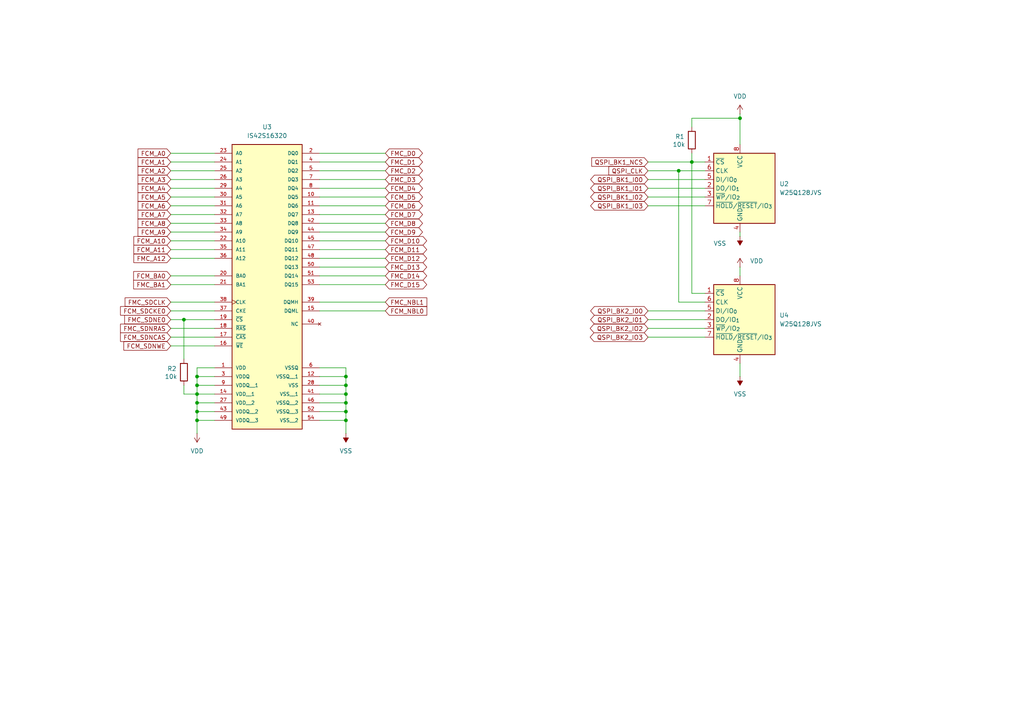
<source format=kicad_sch>
(kicad_sch (version 20250114) (generator "eeschema") (generator_version "9.0")
  (paper "A4")
  (title_block (title "OSCAR PROC") (date "2025-07-08") (rev "V1.0") (company "DAD Design"))
  (lib_symbols
    (symbol "Device:R" (pin_numbers (hide yes)) (pin_names (offset 0))
      (property "Reference" "R" (at 2.032 0 90))
      (property "Value" "R" (at 0 0 90))
      (symbol "R_0_1"
        (rectangle (start -1.016 -2.54) (end 1.016 2.54) (stroke (width 0.254)))
      )
      (symbol "R_1_1"
        (pin passive line (at 0 3.81 270) (length 1.27) (name "~") (number "1"))
        (pin passive line (at 0 -3.81 90) (length 1.27) (name "~") (number "2"))
      )
    )
    (symbol "Memory_Flash:W25Q128JVS"
      (property "Reference" "U" (at -6.35 11.43 0))
      (property "Value" "W25Q128JVS" (at 7.62 11.43 0))
      (symbol "W25Q128JVS_0_1"
        (rectangle (start -7.62 10.16) (end 10.16 -10.16) (stroke (width 0.254)) (fill (type background)))
      )
      (symbol "W25Q128JVS_1_1"
        (pin input line (at -10.16 7.62 0) (length 2.54) (name "~{CS}") (number "1"))
        (pin input line (at -10.16 5.08 0) (length 2.54) (name "CLK") (number "6"))
        (pin bidirectional line (at -10.16 2.54 0) (length 2.54) (name "DI/IO_{0}") (number "5"))
        (pin bidirectional line (at -10.16 0 0) (length 2.54) (name "DO/IO_{1}") (number "2"))
        (pin bidirectional line (at -10.16 -2.54 0) (length 2.54) (name "~{WP}/IO_{2}") (number "3"))
        (pin bidirectional line (at -10.16 -5.08 0) (length 2.54) (name "~{HOLD}/~{RESET}/IO_{3}") (number "7"))
        (pin power_in line (at 0 12.7 270) (length 2.54) (name "VCC") (number "8"))
        (pin power_in line (at 0 -12.7 90) (length 2.54) (name "GND") (number "4"))
      )
    )
    (symbol "Projet:IS42S16320" (pin_names (offset 1.016))
      (property "Reference" "U" (at -7.366 32.004 0))
      (property "Value" "IS42S16320" (at -2.286 32.004 0))
      (symbol "IS42S16320_0_0"
        (rectangle (start -10.16 30.48) (end 10.16 -52.07) (stroke (width 0.254)) (fill (type background)))
        (pin input line (at -15.24 27.94 0) (length 5.08) (name "A0") (number "23"))
        (pin input line (at -15.24 25.4 0) (length 5.08) (name "A1") (number "24"))
        (pin input line (at -15.24 22.86 0) (length 5.08) (name "A2") (number "25"))
        (pin input line (at -15.24 20.32 0) (length 5.08) (name "A3") (number "26"))
        (pin input line (at -15.24 17.78 0) (length 5.08) (name "A4") (number "29"))
        (pin input line (at -15.24 15.24 0) (length 5.08) (name "A5") (number "30"))
        (pin input line (at -15.24 12.7 0) (length 5.08) (name "A6") (number "31"))
        (pin input line (at -15.24 10.16 0) (length 5.08) (name "A7") (number "32"))
        (pin input line (at -15.24 7.62 0) (length 5.08) (name "A8") (number "33"))
        (pin input line (at -15.24 5.08 0) (length 5.08) (name "A9") (number "34"))
        (pin input line (at -15.24 2.54 0) (length 5.08) (name "A10") (number "22"))
        (pin input line (at -15.24 0 0) (length 5.08) (name "A11") (number "35"))
        (pin input line (at -15.24 -2.54 0) (length 5.08) (name "A12") (number "36"))
        (pin input line (at -15.24 -7.62 0) (length 5.08) (name "BA0") (number "20"))
        (pin input line (at -15.24 -10.16 0) (length 5.08) (name "BA1") (number "21"))
        (pin input clock (at -15.24 -15.24 0) (length 5.08) (name "CLK") (number "38"))
        (pin input line (at -15.24 -17.78 0) (length 5.08) (name "CKE") (number "37"))
        (pin input line (at -15.24 -20.32 0) (length 5.08) (name "~{CS}") (number "19"))
        (pin input line (at -15.24 -22.86 0) (length 5.08) (name "~{RAS}") (number "18"))
        (pin input line (at -15.24 -25.4 0) (length 5.08) (name "~{CAS}") (number "17"))
        (pin input line (at -15.24 -27.94 0) (length 5.08) (name "~{WE}") (number "16"))
        (pin power_in line (at -15.24 -34.29 0) (length 5.08) (name "VDD") (number "1"))
        (pin power_in line (at -15.24 -36.83 0) (length 5.08) (name "VDDQ") (number "3"))
        (pin power_in line (at -15.24 -39.37 0) (length 5.08) (name "VDDQ__1") (number "9"))
        (pin power_in line (at -15.24 -41.91 0) (length 5.08) (name "VDD__1") (number "14"))
        (pin power_in line (at -15.24 -44.45 0) (length 5.08) (name "VDD__2") (number "27"))
        (pin power_in line (at -15.24 -46.99 0) (length 5.08) (name "VDDQ__2") (number "43"))
        (pin power_in line (at -15.24 -49.53 0) (length 5.08) (name "VDDQ__3") (number "49"))
        (pin bidirectional line (at 15.24 27.94 180) (length 5.08) (name "DQ0") (number "2"))
        (pin bidirectional line (at 15.24 25.4 180) (length 5.08) (name "DQ1") (number "4"))
        (pin bidirectional line (at 15.24 22.86 180) (length 5.08) (name "DQ2") (number "5"))
        (pin bidirectional line (at 15.24 20.32 180) (length 5.08) (name "DQ3") (number "7"))
        (pin bidirectional line (at 15.24 17.78 180) (length 5.08) (name "DQ4") (number "8"))
        (pin bidirectional line (at 15.24 15.24 180) (length 5.08) (name "DQ5") (number "10"))
        (pin bidirectional line (at 15.24 12.7 180) (length 5.08) (name "DQ6") (number "11"))
        (pin bidirectional line (at 15.24 10.16 180) (length 5.08) (name "DQ7") (number "13"))
        (pin bidirectional line (at 15.24 7.62 180) (length 5.08) (name "DQ8") (number "42"))
        (pin bidirectional line (at 15.24 5.08 180) (length 5.08) (name "DQ9") (number "44"))
        (pin bidirectional line (at 15.24 2.54 180) (length 5.08) (name "DQ10") (number "45"))
        (pin bidirectional line (at 15.24 0 180) (length 5.08) (name "DQ11") (number "47"))
        (pin bidirectional line (at 15.24 -2.54 180) (length 5.08) (name "DQ12") (number "48"))
        (pin bidirectional line (at 15.24 -5.08 180) (length 5.08) (name "DQ13") (number "50"))
        (pin bidirectional line (at 15.24 -7.62 180) (length 5.08) (name "DQ14") (number "51"))
        (pin bidirectional line (at 15.24 -10.16 180) (length 5.08) (name "DQ15") (number "53"))
        (pin bidirectional line (at 15.24 -15.24 180) (length 5.08) (name "DQMH") (number "39"))
        (pin bidirectional line (at 15.24 -17.78 180) (length 5.08) (name "DQML") (number "15"))
        (pin no_connect line (at 15.24 -21.59 180) (length 5.08) (name "NC") (number "40"))
        (pin power_in line (at 15.24 -34.29 180) (length 5.08) (name "VSSQ") (number "6"))
        (pin power_in line (at 15.24 -36.83 180) (length 5.08) (name "VSSQ__1") (number "12"))
        (pin power_in line (at 15.24 -39.37 180) (length 5.08) (name "VSS") (number "28"))
        (pin power_in line (at 15.24 -41.91 180) (length 5.08) (name "VSS__1") (number "41"))
        (pin power_in line (at 15.24 -44.45 180) (length 5.08) (name "VSSQ__2") (number "46"))
        (pin power_in line (at 15.24 -46.99 180) (length 5.08) (name "VSSQ__3") (number "52"))
        (pin power_in line (at 15.24 -49.53 180) (length 5.08) (name "VSS__2") (number "54"))
      )
    )
    (symbol "power:VDD" (power) (pin_numbers (hide yes)) (pin_names (offset 0) (hide yes))
      (property "Value" "VDD" (at 0 3.556 0))
      (symbol "VDD_0_1"
        (polyline (pts (xy -0.762 1.27) (xy 0 2.54)))
        (polyline (pts (xy 0 2.54) (xy 0.762 1.27)))
        (polyline (pts (xy 0 0) (xy 0 2.54)))
      )
      (symbol "VDD_1_1"
        (pin power_in line (at 0 0 90) (length 0) (name "~") (number "1"))
      )
    )
    (symbol "power:VSS" (power) (pin_numbers (hide yes)) (pin_names (offset 0) (hide yes))
      (property "Value" "VSS" (at 0 3.556 0))
      (symbol "VSS_0_1"
        (polyline (pts (xy 0 0) (xy 0 2.54)))
        (polyline (pts (xy 0.762 1.27) (xy -0.762 1.27) (xy 0 2.54) (xy 0.762 1.27)) (fill (type outline)))
      )
      (symbol "VSS_1_1"
        (pin power_in line (at 0 0 90) (length 0) (name "~") (number "1"))
      )
    )
  )
  (junction (at 100.33 109.22))
  (junction (at 57.15 109.22))
  (junction (at 100.33 121.92))
  (junction (at 57.15 114.3))
  (junction (at 100.33 116.84))
  (junction (at 196.85 49.53))
  (junction (at 100.33 114.3))
  (junction (at 53.34 92.71))
  (junction (at 100.33 111.76))
  (junction (at 214.63 34.29))
  (junction (at 200.66 46.99))
  (junction (at 57.15 119.38))
  (junction (at 57.15 116.84))
  (junction (at 100.33 119.38))
  (junction (at 57.15 121.92))
  (junction (at 57.15 111.76))
  (wire (pts (xy 57.15 114.3) (xy 62.23 114.3)))
  (wire (pts (xy 100.33 106.68) (xy 100.33 109.22)))
  (wire (pts (xy 53.34 92.71) (xy 53.34 104.14)))
  (wire (pts (xy 57.15 114.3) (xy 57.15 116.84)))
  (wire (pts (xy 100.33 119.38) (xy 100.33 121.92)))
  (wire (pts (xy 214.63 77.47) (xy 214.63 80.01)))
  (wire (pts (xy 187.96 52.07) (xy 204.47 52.07)))
  (wire (pts (xy 100.33 109.22) (xy 100.33 111.76)))
  (wire (pts (xy 62.23 92.71) (xy 53.34 92.71)))
  (wire (pts (xy 100.33 121.92) (xy 100.33 125.73)))
  (wire (pts (xy 57.15 116.84) (xy 62.23 116.84)))
  (wire (pts (xy 49.53 44.45) (xy 62.23 44.45)))
  (wire (pts (xy 57.15 116.84) (xy 57.15 119.38)))
  (wire (pts (xy 200.66 34.29) (xy 214.63 34.29)))
  (wire (pts (xy 92.71 90.17) (xy 111.76 90.17)))
  (wire (pts (xy 49.53 64.77) (xy 62.23 64.77)))
  (wire (pts (xy 49.53 67.31) (xy 62.23 67.31)))
  (wire (pts (xy 92.71 114.3) (xy 100.33 114.3)))
  (wire (pts (xy 196.85 87.63) (xy 196.85 49.53)))
  (wire (pts (xy 49.53 97.79) (xy 62.23 97.79)))
  (wire (pts (xy 92.71 80.01) (xy 111.76 80.01)))
  (wire (pts (xy 214.63 67.31) (xy 214.63 68.58)))
  (wire (pts (xy 204.47 87.63) (xy 196.85 87.63)))
  (wire (pts (xy 49.53 100.33) (xy 62.23 100.33)))
  (wire (pts (xy 49.53 54.61) (xy 62.23 54.61)))
  (wire (pts (xy 92.71 77.47) (xy 111.76 77.47)))
  (wire (pts (xy 92.71 119.38) (xy 100.33 119.38)))
  (wire (pts (xy 100.33 111.76) (xy 100.33 114.3)))
  (wire (pts (xy 92.71 62.23) (xy 111.76 62.23)))
  (wire (pts (xy 53.34 114.3) (xy 57.15 114.3)))
  (wire (pts (xy 200.66 36.83) (xy 200.66 34.29)))
  (wire (pts (xy 214.63 33.02) (xy 214.63 34.29)))
  (wire (pts (xy 49.53 82.55) (xy 62.23 82.55)))
  (wire (pts (xy 49.53 87.63) (xy 62.23 87.63)))
  (wire (pts (xy 92.71 52.07) (xy 111.76 52.07)))
  (wire (pts (xy 92.71 59.69) (xy 111.76 59.69)))
  (wire (pts (xy 62.23 106.68) (xy 57.15 106.68)))
  (wire (pts (xy 92.71 121.92) (xy 100.33 121.92)))
  (wire (pts (xy 92.71 116.84) (xy 100.33 116.84)))
  (wire (pts (xy 100.33 114.3) (xy 100.33 116.84)))
  (wire (pts (xy 187.96 59.69) (xy 204.47 59.69)))
  (wire (pts (xy 187.96 49.53) (xy 196.85 49.53)))
  (wire (pts (xy 57.15 106.68) (xy 57.15 109.22)))
  (wire (pts (xy 200.66 44.45) (xy 200.66 46.99)))
  (wire (pts (xy 49.53 92.71) (xy 53.34 92.71)))
  (wire (pts (xy 200.66 85.09) (xy 200.66 46.99)))
  (wire (pts (xy 57.15 111.76) (xy 57.15 114.3)))
  (wire (pts (xy 57.15 119.38) (xy 57.15 121.92)))
  (wire (pts (xy 92.71 106.68) (xy 100.33 106.68)))
  (wire (pts (xy 214.63 34.29) (xy 214.63 41.91)))
  (wire (pts (xy 49.53 46.99) (xy 62.23 46.99)))
  (wire (pts (xy 49.53 90.17) (xy 62.23 90.17)))
  (wire (pts (xy 49.53 59.69) (xy 62.23 59.69)))
  (wire (pts (xy 187.96 90.17) (xy 204.47 90.17)))
  (wire (pts (xy 187.96 92.71) (xy 204.47 92.71)))
  (wire (pts (xy 53.34 111.76) (xy 53.34 114.3)))
  (wire (pts (xy 92.71 69.85) (xy 111.76 69.85)))
  (wire (pts (xy 187.96 97.79) (xy 204.47 97.79)))
  (wire (pts (xy 57.15 109.22) (xy 62.23 109.22)))
  (wire (pts (xy 92.71 109.22) (xy 100.33 109.22)))
  (wire (pts (xy 100.33 116.84) (xy 100.33 119.38)))
  (wire (pts (xy 92.71 67.31) (xy 111.76 67.31)))
  (wire (pts (xy 92.71 64.77) (xy 111.76 64.77)))
  (wire (pts (xy 187.96 46.99) (xy 200.66 46.99)))
  (wire (pts (xy 92.71 44.45) (xy 111.76 44.45)))
  (wire (pts (xy 49.53 72.39) (xy 62.23 72.39)))
  (wire (pts (xy 92.71 54.61) (xy 111.76 54.61)))
  (wire (pts (xy 214.63 105.41) (xy 214.63 109.22)))
  (wire (pts (xy 57.15 121.92) (xy 62.23 121.92)))
  (wire (pts (xy 49.53 49.53) (xy 62.23 49.53)))
  (wire (pts (xy 196.85 49.53) (xy 204.47 49.53)))
  (wire (pts (xy 49.53 69.85) (xy 62.23 69.85)))
  (wire (pts (xy 57.15 119.38) (xy 62.23 119.38)))
  (wire (pts (xy 49.53 74.93) (xy 62.23 74.93)))
  (wire (pts (xy 92.71 57.15) (xy 111.76 57.15)))
  (wire (pts (xy 92.71 74.93) (xy 111.76 74.93)))
  (wire (pts (xy 57.15 121.92) (xy 57.15 125.73)))
  (wire (pts (xy 49.53 57.15) (xy 62.23 57.15)))
  (wire (pts (xy 187.96 57.15) (xy 204.47 57.15)))
  (wire (pts (xy 92.71 72.39) (xy 111.76 72.39)))
  (wire (pts (xy 49.53 52.07) (xy 62.23 52.07)))
  (wire (pts (xy 92.71 111.76) (xy 100.33 111.76)))
  (wire (pts (xy 49.53 62.23) (xy 62.23 62.23)))
  (wire (pts (xy 49.53 95.25) (xy 62.23 95.25)))
  (wire (pts (xy 200.66 46.99) (xy 204.47 46.99)))
  (wire (pts (xy 57.15 109.22) (xy 57.15 111.76)))
  (wire (pts (xy 92.71 49.53) (xy 111.76 49.53)))
  (wire (pts (xy 187.96 54.61) (xy 204.47 54.61)))
  (wire (pts (xy 92.71 87.63) (xy 111.76 87.63)))
  (wire (pts (xy 92.71 46.99) (xy 111.76 46.99)))
  (wire (pts (xy 49.53 80.01) (xy 62.23 80.01)))
  (wire (pts (xy 57.15 111.76) (xy 62.23 111.76)))
  (wire (pts (xy 187.96 95.25) (xy 204.47 95.25)))
  (wire (pts (xy 204.47 85.09) (xy 200.66 85.09)))
  (wire (pts (xy 92.71 82.55) (xy 111.76 82.55)))
  (global_label "FMC_D2" (shape bidirectional) (at 111.76 49.53 0) (property "Intersheetrefs" "${INTERSHEET_REFS}" (effects (hide yes))))
  (global_label "QSPI_BK1_NCS" (shape input) (at 187.96 46.99 180) (property "Intersheetrefs" "${INTERSHEET_REFS}" (effects (hide yes))))
  (global_label "FCM_A2" (shape input) (at 49.53 49.53 180) (property "Intersheetrefs" "${INTERSHEET_REFS}" (effects (hide yes))))
  (global_label "FMC_D15" (shape bidirectional) (at 111.76 82.55 0) (property "Intersheetrefs" "${INTERSHEET_REFS}" (effects (hide yes))))
  (global_label "FCM_A5" (shape input) (at 49.53 57.15 180) (property "Intersheetrefs" "${INTERSHEET_REFS}" (effects (hide yes))))
  (global_label "FCM_D5" (shape bidirectional) (at 111.76 57.15 0) (property "Intersheetrefs" "${INTERSHEET_REFS}" (effects (hide yes))))
  (global_label "FCM_A6" (shape input) (at 49.53 59.69 180) (property "Intersheetrefs" "${INTERSHEET_REFS}" (effects (hide yes))))
  (global_label "QSPI_BK1_I00" (shape bidirectional) (at 187.96 52.07 180) (property "Intersheetrefs" "${INTERSHEET_REFS}" (effects (hide yes))))
  (global_label "FCM_A8" (shape input) (at 49.53 64.77 180) (property "Intersheetrefs" "${INTERSHEET_REFS}" (effects (hide yes))))
  (global_label "FCM_D8" (shape bidirectional) (at 111.76 64.77 0) (property "Intersheetrefs" "${INTERSHEET_REFS}" (effects (hide yes))))
  (global_label "QSPI_BK2_IO3" (shape bidirectional) (at 187.96 97.79 180) (property "Intersheetrefs" "${INTERSHEET_REFS}" (effects (hide yes))))
  (global_label "FMC_SDNE0" (shape input) (at 49.53 92.71 180) (property "Intersheetrefs" "${INTERSHEET_REFS}" (effects (hide yes))))
  (global_label "FCM_SDCKE0" (shape input) (at 49.53 90.17 180) (property "Intersheetrefs" "${INTERSHEET_REFS}" (effects (hide yes))))
  (global_label "FCM_A1" (shape input) (at 49.53 46.99 180) (property "Intersheetrefs" "${INTERSHEET_REFS}" (effects (hide yes))))
  (global_label "FCM_D12" (shape bidirectional) (at 111.76 74.93 0) (property "Intersheetrefs" "${INTERSHEET_REFS}" (effects (hide yes))))
  (global_label "FCM_D10" (shape bidirectional) (at 111.76 69.85 0) (property "Intersheetrefs" "${INTERSHEET_REFS}" (effects (hide yes))))
  (global_label "FMC_D13" (shape bidirectional) (at 111.76 77.47 0) (property "Intersheetrefs" "${INTERSHEET_REFS}" (effects (hide yes))))
  (global_label "QSPI_CLK" (shape input) (at 187.96 49.53 180) (property "Intersheetrefs" "${INTERSHEET_REFS}" (effects (hide yes))))
  (global_label "FCM_D4" (shape bidirectional) (at 111.76 54.61 0) (property "Intersheetrefs" "${INTERSHEET_REFS}" (effects (hide yes))))
  (global_label "QSPI_BK2_IO2" (shape bidirectional) (at 187.96 95.25 180) (property "Intersheetrefs" "${INTERSHEET_REFS}" (effects (hide yes))))
  (global_label "FCM_D6" (shape bidirectional) (at 111.76 59.69 0) (property "Intersheetrefs" "${INTERSHEET_REFS}" (effects (hide yes))))
  (global_label "FMC_D3" (shape bidirectional) (at 111.76 52.07 0) (property "Intersheetrefs" "${INTERSHEET_REFS}" (effects (hide yes))))
  (global_label "FMC_A12" (shape input) (at 49.53 74.93 180) (property "Intersheetrefs" "${INTERSHEET_REFS}" (effects (hide yes))))
  (global_label "FMC_D14" (shape bidirectional) (at 111.76 80.01 0) (property "Intersheetrefs" "${INTERSHEET_REFS}" (effects (hide yes))))
  (global_label "FCM_A4" (shape input) (at 49.53 54.61 180) (property "Intersheetrefs" "${INTERSHEET_REFS}" (effects (hide yes))))
  (global_label "QSPI_BK1_I02" (shape bidirectional) (at 187.96 57.15 180) (property "Intersheetrefs" "${INTERSHEET_REFS}" (effects (hide yes))))
  (global_label "FCM_A11" (shape input) (at 49.53 72.39 180) (property "Intersheetrefs" "${INTERSHEET_REFS}" (effects (hide yes))))
  (global_label "FMC_D0" (shape bidirectional) (at 111.76 44.45 0) (property "Intersheetrefs" "${INTERSHEET_REFS}" (effects (hide yes))))
  (global_label "FMC_SDNRAS" (shape input) (at 49.53 95.25 180) (property "Intersheetrefs" "${INTERSHEET_REFS}" (effects (hide yes))))
  (global_label "QSPI_BK1_I03" (shape bidirectional) (at 187.96 59.69 180) (property "Intersheetrefs" "${INTERSHEET_REFS}" (effects (hide yes))))
  (global_label "FCM_BA0" (shape input) (at 49.53 80.01 180) (property "Intersheetrefs" "${INTERSHEET_REFS}" (effects (hide yes))))
  (global_label "QSPI_BK2_I00" (shape bidirectional) (at 187.96 90.17 180) (property "Intersheetrefs" "${INTERSHEET_REFS}" (effects (hide yes))))
  (global_label "QSPI_BK1_I01" (shape bidirectional) (at 187.96 54.61 180) (property "Intersheetrefs" "${INTERSHEET_REFS}" (effects (hide yes))))
  (global_label "FCM_NBL0" (shape input) (at 111.76 90.17 0) (property "Intersheetrefs" "${INTERSHEET_REFS}" (effects (hide yes))))
  (global_label "FCM_SDNWE" (shape input) (at 49.53 100.33 180) (property "Intersheetrefs" "${INTERSHEET_REFS}" (effects (hide yes))))
  (global_label "FCM_D11" (shape bidirectional) (at 111.76 72.39 0) (property "Intersheetrefs" "${INTERSHEET_REFS}" (effects (hide yes))))
  (global_label "QSPI_BK2_I01" (shape bidirectional) (at 187.96 92.71 180) (property "Intersheetrefs" "${INTERSHEET_REFS}" (effects (hide yes))))
  (global_label "FCM_A7" (shape input) (at 49.53 62.23 180) (property "Intersheetrefs" "${INTERSHEET_REFS}" (effects (hide yes))))
  (global_label "FCM_A0" (shape input) (at 49.53 44.45 180) (property "Intersheetrefs" "${INTERSHEET_REFS}" (effects (hide yes))))
  (global_label "FCM_A9" (shape input) (at 49.53 67.31 180) (property "Intersheetrefs" "${INTERSHEET_REFS}" (effects (hide yes))))
  (global_label "FMC_NBL1" (shape input) (at 111.76 87.63 0) (property "Intersheetrefs" "${INTERSHEET_REFS}" (effects (hide yes))))
  (global_label "FMC_SDCLK" (shape input) (at 49.53 87.63 180) (property "Intersheetrefs" "${INTERSHEET_REFS}" (effects (hide yes))))
  (global_label "FCM_A10" (shape input) (at 49.53 69.85 180) (property "Intersheetrefs" "${INTERSHEET_REFS}" (effects (hide yes))))
  (global_label "FCM_A3" (shape input) (at 49.53 52.07 180) (property "Intersheetrefs" "${INTERSHEET_REFS}" (effects (hide yes))))
  (global_label "FCM_D7" (shape bidirectional) (at 111.76 62.23 0) (property "Intersheetrefs" "${INTERSHEET_REFS}" (effects (hide yes))))
  (global_label "FCM_SDNCAS" (shape input) (at 49.53 97.79 180) (property "Intersheetrefs" "${INTERSHEET_REFS}" (effects (hide yes))))
  (global_label "FCM_D9" (shape bidirectional) (at 111.76 67.31 0) (property "Intersheetrefs" "${INTERSHEET_REFS}" (effects (hide yes))))
  (global_label "FMC_BA1" (shape input) (at 49.53 82.55 180) (property "Intersheetrefs" "${INTERSHEET_REFS}" (effects (hide yes))))
  (global_label "FMC_D1" (shape bidirectional) (at 111.76 46.99 0) (property "Intersheetrefs" "${INTERSHEET_REFS}" (effects (hide yes))))
  (symbol (lib_id "power:VDD") (at 214.63 77.47 0) (unit 1)
    (property "Reference" "#PWR014" (effects (hide yes)))
    (property "Value" "VDD" (at 219.456 75.692 0))
    (property "Description" "Power symbol creates a global label with name \"VDD\"" (effects (hide yes)))
  )
  (symbol (lib_id "Memory_Flash:W25Q128JVS") (at 214.63 92.71 0) (unit 1)
    (property "Reference" "U4" (at 226.06 91.4399 0) (effects (justify left)))
    (property "Value" "W25Q128JVS" (at 226.06 93.9799 0) (effects (justify left)))
    (property "Footprint" "Package_SO:SOIC-8_5.3x5.3mm_P1.27mm" (effects (hide yes)))
    (property "Datasheet" "https://www.winbond.com/resource-files/w25q128jv_dtr%20revc%2003272018%20plus.pdf" (effects (hide yes)))
    (property "Description" "128Mbit / 16MiB Serial Flash Memory, Standard/Dual/Quad SPI, 2.7-3.6V, SOIC-8" (effects (hide yes)))
  )
  (symbol (lib_id "Memory_Flash:W25Q128JVS") (at 214.63 54.61 0) (unit 1)
    (property "Reference" "U2" (at 226.06 53.3399 0) (effects (justify left)))
    (property "Value" "W25Q128JVS" (at 226.06 55.8799 0) (effects (justify left)))
    (property "Footprint" "Package_SO:SOIC-8_5.3x5.3mm_P1.27mm" (effects (hide yes)))
    (property "Datasheet" "https://www.winbond.com/resource-files/w25q128jv_dtr%20revc%2003272018%20plus.pdf" (effects (hide yes)))
    (property "Description" "128Mbit / 16MiB Serial Flash Memory, Standard/Dual/Quad SPI, 2.7-3.6V, SOIC-8" (effects (hide yes)))
  )
  (symbol (lib_id "Device:R") (at 53.34 107.95 0) (unit 1)
    (property "Reference" "R2" (at 48.514 106.934 0) (effects (justify left)))
    (property "Value" "10k" (at 47.752 109.22 0) (effects (justify left)))
    (property "Footprint" "Resistor_SMD:R_1206_3216Metric_Pad1.30x1.75mm_HandSolder" (effects (hide yes)))
    (property "Description" "Resistor" (effects (hide yes)))
  )
  (symbol (lib_id "power:VSS") (at 100.33 125.73 180) (unit 1)
    (property "Reference" "#PWR017" (effects (hide yes)))
    (property "Value" "VSS" (at 100.33 130.81 0))
    (property "Description" "Power symbol creates a global label with name \"VSS\"" (effects (hide yes)))
  )
  (symbol (lib_id "power:VSS") (at 214.63 109.22 180) (unit 1)
    (property "Reference" "#PWR015" (effects (hide yes)))
    (property "Value" "VSS" (at 214.63 114.3 0))
    (property "Description" "Power symbol creates a global label with name \"VSS\"" (effects (hide yes)))
  )
  (symbol (lib_id "Projet:IS42S16320") (at 77.47 72.39 0) (unit 1)
    (property "Reference" "U3" (at 77.47 36.83 0))
    (property "Value" "IS42S16320" (at 77.47 39.37 0))
    (property "Footprint" "Package_SO:TSOP-II-54_22.2x10.16mm_P0.8mm" (effects (hide yes)))
    (property "PARTREV" "B1" (effects (hide yes)))
    (property "MANUFACTURER" "ISSI" (effects (hide yes)))
    (property "MAXIMUM_PACKAGE_HEIGHT" "1.2mm" (effects (hide yes)))
    (property "STANDARD" "IPC-7351B" (effects (hide yes)))
  )
  (symbol (lib_id "power:VSS") (at 214.63 68.58 180) (unit 1)
    (property "Reference" "#PWR013" (effects (hide yes)))
    (property "Value" "VSS" (at 208.788 70.612 0))
    (property "Description" "Power symbol creates a global label with name \"VSS\"" (effects (hide yes)))
  )
  (symbol (lib_id "power:VDD") (at 214.63 33.02 0) (unit 1)
    (property "Reference" "#PWR012" (effects (hide yes)))
    (property "Value" "VDD" (at 214.63 27.94 0))
    (property "Description" "Power symbol creates a global label with name \"VDD\"" (effects (hide yes)))
  )
  (symbol (lib_id "Device:R") (at 200.66 40.64 0) (unit 1)
    (property "Reference" "R1" (at 195.834 39.624 0) (effects (justify left)))
    (property "Value" "10k" (at 195.072 41.91 0) (effects (justify left)))
    (property "Footprint" "Resistor_SMD:R_1206_3216Metric_Pad1.30x1.75mm_HandSolder" (effects (hide yes)))
    (property "Description" "Resistor" (effects (hide yes)))
  )
  (symbol (lib_id "power:VDD") (at 57.15 125.73 180) (unit 1)
    (property "Reference" "#PWR016" (effects (hide yes)))
    (property "Value" "VDD" (at 57.15 130.81 0))
    (property "Description" "Power symbol creates a global label with name \"VDD\"" (effects (hide yes)))
  )
)
</source>
